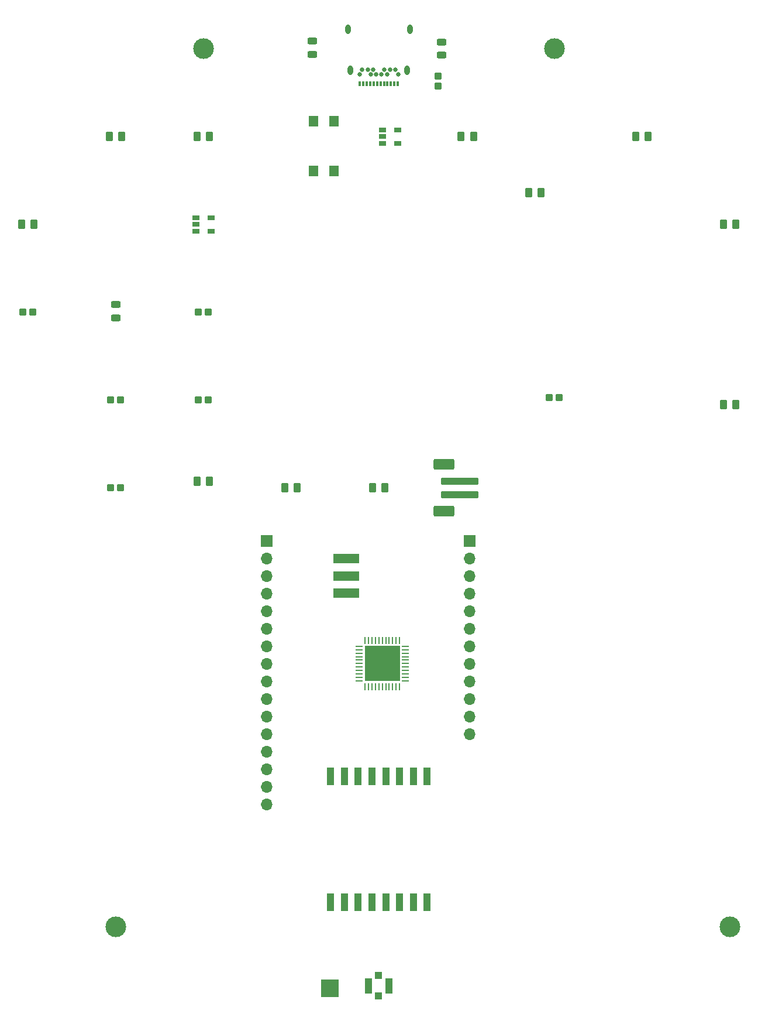
<source format=gbr>
%TF.GenerationSoftware,KiCad,Pcbnew,6.0.11-2627ca5db0~126~ubuntu20.04.1*%
%TF.CreationDate,2023-02-12T02:05:53+01:00*%
%TF.ProjectId,HeadTracker_LoRa,48656164-5472-4616-936b-65725f4c6f52,rev?*%
%TF.SameCoordinates,Original*%
%TF.FileFunction,Copper,L1,Top*%
%TF.FilePolarity,Positive*%
%FSLAX46Y46*%
G04 Gerber Fmt 4.6, Leading zero omitted, Abs format (unit mm)*
G04 Created by KiCad (PCBNEW 6.0.11-2627ca5db0~126~ubuntu20.04.1) date 2023-02-12 02:05:53*
%MOMM*%
%LPD*%
G01*
G04 APERTURE LIST*
G04 Aperture macros list*
%AMRoundRect*
0 Rectangle with rounded corners*
0 $1 Rounding radius*
0 $2 $3 $4 $5 $6 $7 $8 $9 X,Y pos of 4 corners*
0 Add a 4 corners polygon primitive as box body*
4,1,4,$2,$3,$4,$5,$6,$7,$8,$9,$2,$3,0*
0 Add four circle primitives for the rounded corners*
1,1,$1+$1,$2,$3*
1,1,$1+$1,$4,$5*
1,1,$1+$1,$6,$7*
1,1,$1+$1,$8,$9*
0 Add four rect primitives between the rounded corners*
20,1,$1+$1,$2,$3,$4,$5,0*
20,1,$1+$1,$4,$5,$6,$7,0*
20,1,$1+$1,$6,$7,$8,$9,0*
20,1,$1+$1,$8,$9,$2,$3,0*%
G04 Aperture macros list end*
%TA.AperFunction,SMDPad,CuDef*%
%ADD10R,3.800000X1.400000*%
%TD*%
%TA.AperFunction,SMDPad,CuDef*%
%ADD11R,1.050000X2.200000*%
%TD*%
%TA.AperFunction,SMDPad,CuDef*%
%ADD12R,1.000000X1.000000*%
%TD*%
%TA.AperFunction,SMDPad,CuDef*%
%ADD13RoundRect,0.250000X2.500000X-0.250000X2.500000X0.250000X-2.500000X0.250000X-2.500000X-0.250000X0*%
%TD*%
%TA.AperFunction,SMDPad,CuDef*%
%ADD14RoundRect,0.250000X1.250000X-0.550000X1.250000X0.550000X-1.250000X0.550000X-1.250000X-0.550000X0*%
%TD*%
%TA.AperFunction,SMDPad,CuDef*%
%ADD15R,1.000000X2.500000*%
%TD*%
%TA.AperFunction,SMDPad,CuDef*%
%ADD16R,1.060000X0.650000*%
%TD*%
%TA.AperFunction,SMDPad,CuDef*%
%ADD17RoundRect,0.062500X0.475000X0.062500X-0.475000X0.062500X-0.475000X-0.062500X0.475000X-0.062500X0*%
%TD*%
%TA.AperFunction,SMDPad,CuDef*%
%ADD18RoundRect,0.062500X0.062500X0.475000X-0.062500X0.475000X-0.062500X-0.475000X0.062500X-0.475000X0*%
%TD*%
%TA.AperFunction,SMDPad,CuDef*%
%ADD19R,5.200000X5.200000*%
%TD*%
%TA.AperFunction,ComponentPad*%
%ADD20C,3.000000*%
%TD*%
%TA.AperFunction,SMDPad,CuDef*%
%ADD21R,2.500000X2.500000*%
%TD*%
%TA.AperFunction,SMDPad,CuDef*%
%ADD22R,1.400000X1.600000*%
%TD*%
%TA.AperFunction,SMDPad,CuDef*%
%ADD23RoundRect,0.250000X-0.262500X-0.450000X0.262500X-0.450000X0.262500X0.450000X-0.262500X0.450000X0*%
%TD*%
%TA.AperFunction,SMDPad,CuDef*%
%ADD24RoundRect,0.243750X0.456250X-0.243750X0.456250X0.243750X-0.456250X0.243750X-0.456250X-0.243750X0*%
%TD*%
%TA.AperFunction,ComponentPad*%
%ADD25R,1.700000X1.700000*%
%TD*%
%TA.AperFunction,ComponentPad*%
%ADD26O,1.700000X1.700000*%
%TD*%
%TA.AperFunction,ComponentPad*%
%ADD27O,0.800000X1.400000*%
%TD*%
%TA.AperFunction,SMDPad,CuDef*%
%ADD28R,0.300000X0.700000*%
%TD*%
%TA.AperFunction,ComponentPad*%
%ADD29C,0.650000*%
%TD*%
%TA.AperFunction,SMDPad,CuDef*%
%ADD30RoundRect,0.250000X-0.287500X-0.275000X0.287500X-0.275000X0.287500X0.275000X-0.287500X0.275000X0*%
%TD*%
%TA.AperFunction,SMDPad,CuDef*%
%ADD31RoundRect,0.250000X0.275000X-0.287500X0.275000X0.287500X-0.275000X0.287500X-0.275000X-0.287500X0*%
%TD*%
G04 APERTURE END LIST*
D10*
%TO.P,Y1,1,1*%
%TO.N,Net-(Y1-Pad1)*%
X147722781Y-116847864D03*
%TO.P,Y1,2,2*%
%TO.N,GND*%
X147722781Y-114347864D03*
%TO.P,Y1,3,3*%
%TO.N,Net-(Y1-Pad3)*%
X147722781Y-111847864D03*
%TD*%
D11*
%TO.P,X2,2,GND@1*%
%TO.N,GND*%
X150875000Y-173600000D03*
X153825000Y-173600000D03*
D12*
X152350000Y-172100000D03*
%TO.P,X2,1,GND@0*%
X152350000Y-175100000D03*
%TD*%
D13*
%TO.P,X1,1,1*%
%TO.N,GND*%
X164100000Y-102600000D03*
%TO.P,X1,2,2*%
%TO.N,VBAT*%
X164100000Y-100600000D03*
D14*
%TO.P,X1,MP*%
%TO.N,N/C*%
X161850000Y-105000000D03*
X161850000Y-98200000D03*
%TD*%
D15*
%TO.P,U4,16,DIO2*%
%TO.N,unconnected-(U4-Pad16)*%
X159400000Y-161500000D03*
%TO.P,U4,15,DIO1*%
%TO.N,/DIO1*%
X157400000Y-161500000D03*
%TO.P,U4,14,DIO0*%
%TO.N,/DZ_IRQ*%
X155400000Y-161500000D03*
%TO.P,U4,13,3.3V*%
%TO.N,+3V3*%
X153400000Y-161500000D03*
%TO.P,U4,12,DIO4*%
%TO.N,unconnected-(U4-Pad12)*%
X151400000Y-161500000D03*
%TO.P,U4,11,DIO3*%
%TO.N,unconnected-(U4-Pad11)*%
X149400000Y-161500000D03*
%TO.P,U4,10,GND*%
%TO.N,GND*%
X147400000Y-161500000D03*
%TO.P,U4,9,ANT*%
%TO.N,Net-(U4-Pad9)*%
X145400000Y-161500000D03*
%TO.P,U4,8,GND*%
%TO.N,GND*%
X145400000Y-143300000D03*
%TO.P,U4,7,DIO5*%
%TO.N,unconnected-(U4-Pad7)*%
X147400000Y-143300000D03*
%TO.P,U4,6,RESET*%
%TO.N,/D4_RST*%
X149400000Y-143300000D03*
%TO.P,U4,5,NSS*%
%TO.N,/D8_CS*%
X151400000Y-143300000D03*
%TO.P,U4,4,SCK*%
%TO.N,/SCK*%
X153400000Y-143300000D03*
%TO.P,U4,3,MOSI*%
%TO.N,/MOSI*%
X155400000Y-143300000D03*
%TO.P,U4,2,MISO*%
%TO.N,/MISO*%
X157400000Y-143300000D03*
%TO.P,U4,1,GND*%
%TO.N,GND*%
X159400000Y-143300000D03*
%TD*%
D16*
%TO.P,U3,1,STAT*%
%TO.N,Net-(R2-Pad2)*%
X125900000Y-62550000D03*
%TO.P,U3,2,VSS*%
%TO.N,GND*%
X125900000Y-63500000D03*
%TO.P,U3,3,VBAT*%
%TO.N,VBAT*%
X125900000Y-64450000D03*
%TO.P,U3,4,VDD*%
%TO.N,VBUS*%
X128100000Y-64450000D03*
%TO.P,U3,5,PROG*%
%TO.N,Net-(U3-Pad5)*%
X128100000Y-62550000D03*
%TD*%
%TO.P,U2,1,VIN*%
%TO.N,VBUS*%
X152965000Y-49850000D03*
%TO.P,U2,2,GND*%
%TO.N,GND*%
X152965000Y-50800000D03*
%TO.P,U2,3,EN*%
%TO.N,/EN*%
X152965000Y-51750000D03*
%TO.P,U2,4,NC*%
%TO.N,unconnected-(U2-Pad4)*%
X155165000Y-51750000D03*
%TO.P,U2,5,VOUT*%
%TO.N,+3V3*%
X155165000Y-49850000D03*
%TD*%
D17*
%TO.P,U1,1,PE6*%
%TO.N,/DZ_IRQ*%
X156237500Y-129500000D03*
%TO.P,U1,2,UVCC*%
%TO.N,unconnected-(U1-Pad2)*%
X156237500Y-129000000D03*
%TO.P,U1,3,D-*%
%TO.N,/D-*%
X156237500Y-128500000D03*
%TO.P,U1,4,D+*%
%TO.N,/D+*%
X156237500Y-128000000D03*
%TO.P,U1,5,UGND*%
%TO.N,GND*%
X156237500Y-127500000D03*
%TO.P,U1,6,UCAP*%
%TO.N,+3V3*%
X156237500Y-127000000D03*
%TO.P,U1,7,VBUS*%
%TO.N,VBUS*%
X156237500Y-126500000D03*
%TO.P,U1,8,PB0*%
%TO.N,unconnected-(U1-Pad8)*%
X156237500Y-126000000D03*
%TO.P,U1,9,PB1*%
%TO.N,/SCK*%
X156237500Y-125500000D03*
%TO.P,U1,10,PB2*%
%TO.N,/MOSI*%
X156237500Y-125000000D03*
%TO.P,U1,11,PB3*%
%TO.N,/MISO*%
X156237500Y-124500000D03*
D18*
%TO.P,U1,12,PB7*%
%TO.N,/11*%
X155400000Y-123662500D03*
%TO.P,U1,13,~{RESET}*%
%TO.N,/RST*%
X154900000Y-123662500D03*
%TO.P,U1,14,VCC*%
%TO.N,+3V3*%
X154400000Y-123662500D03*
%TO.P,U1,15,GND*%
%TO.N,GND*%
X153900000Y-123662500D03*
%TO.P,U1,16,XTAL2*%
%TO.N,Net-(Y1-Pad3)*%
X153400000Y-123662500D03*
%TO.P,U1,17,XTAL1*%
%TO.N,Net-(Y1-Pad1)*%
X152900000Y-123662500D03*
%TO.P,U1,18,PD0*%
%TO.N,/3*%
X152400000Y-123662500D03*
%TO.P,U1,19,PD1*%
%TO.N,/2*%
X151900000Y-123662500D03*
%TO.P,U1,20,PD2*%
%TO.N,/0*%
X151400000Y-123662500D03*
%TO.P,U1,21,PD3*%
%TO.N,/1*%
X150900000Y-123662500D03*
%TO.P,U1,22,PD5*%
%TO.N,unconnected-(U1-Pad22)*%
X150400000Y-123662500D03*
D17*
%TO.P,U1,23,GND*%
%TO.N,GND*%
X149562500Y-124500000D03*
%TO.P,U1,24,AVCC*%
%TO.N,+3V3*%
X149562500Y-125000000D03*
%TO.P,U1,25,PD4*%
%TO.N,/D4_RST*%
X149562500Y-125500000D03*
%TO.P,U1,26,PD6*%
%TO.N,/12*%
X149562500Y-126000000D03*
%TO.P,U1,27,PD7*%
%TO.N,/6*%
X149562500Y-126500000D03*
%TO.P,U1,28,PB4*%
%TO.N,/8*%
X149562500Y-127000000D03*
%TO.P,U1,29,PB5*%
%TO.N,/9*%
X149562500Y-127500000D03*
%TO.P,U1,30,PB6*%
%TO.N,/10*%
X149562500Y-128000000D03*
%TO.P,U1,31,PC6*%
%TO.N,/5*%
X149562500Y-128500000D03*
%TO.P,U1,32,PC7*%
%TO.N,/13*%
X149562500Y-129000000D03*
%TO.P,U1,33,~{HWB}/PE2*%
%TO.N,+3V3*%
X149562500Y-129500000D03*
D18*
%TO.P,U1,34,VCC*%
X150400000Y-130337500D03*
%TO.P,U1,35,GND*%
%TO.N,GND*%
X150900000Y-130337500D03*
%TO.P,U1,36,PF7*%
%TO.N,/A0*%
X151400000Y-130337500D03*
%TO.P,U1,37,PF6*%
%TO.N,/A1*%
X151900000Y-130337500D03*
%TO.P,U1,38,PF5*%
%TO.N,/A2*%
X152400000Y-130337500D03*
%TO.P,U1,39,PF4*%
%TO.N,/A3*%
X152900000Y-130337500D03*
%TO.P,U1,40,PF1*%
%TO.N,/A4*%
X153400000Y-130337500D03*
%TO.P,U1,41,PF0*%
%TO.N,/A5*%
X153900000Y-130337500D03*
%TO.P,U1,42,AREF*%
%TO.N,/AREF*%
X154400000Y-130337500D03*
%TO.P,U1,43,GND*%
%TO.N,GND*%
X154900000Y-130337500D03*
%TO.P,U1,44,AVCC*%
%TO.N,+3V3*%
X155400000Y-130337500D03*
D19*
%TO.P,U1,45,GND*%
%TO.N,GND*%
X152900000Y-127000000D03*
%TD*%
D20*
%TO.P,U$31,1*%
%TO.N,N/C*%
X177800000Y-38100000D03*
%TD*%
%TO.P,U$3,1*%
%TO.N,N/C*%
X203225000Y-165100000D03*
%TD*%
%TO.P,U$2,1*%
%TO.N,N/C*%
X127000000Y-38100000D03*
%TD*%
%TO.P,U$1,1*%
%TO.N,N/C*%
X114300000Y-165100000D03*
%TD*%
D21*
%TO.P,TP1,1,1*%
%TO.N,Net-(U4-Pad9)*%
X145273360Y-173940443D03*
%TD*%
D22*
%TO.P,SW1,1,P*%
%TO.N,/RST*%
X142920000Y-48570000D03*
X142920000Y-55770000D03*
%TO.P,SW1,2,S*%
%TO.N,GND*%
X145920000Y-48570000D03*
X145920000Y-55770000D03*
%TD*%
D23*
%TO.P,R10,1*%
%TO.N,GND*%
X202287500Y-89525000D03*
%TO.P,R10,2*%
%TO.N,/CC2*%
X204112500Y-89525000D03*
%TD*%
%TO.P,R9,1*%
%TO.N,/EN*%
X189587500Y-50800000D03*
%TO.P,R9,2*%
%TO.N,VBUS*%
X191412500Y-50800000D03*
%TD*%
%TO.P,R8,1*%
%TO.N,Net-(J1-PadA6)*%
X164308372Y-50800000D03*
%TO.P,R8,2*%
%TO.N,/D+*%
X166133372Y-50800000D03*
%TD*%
%TO.P,R7,1*%
%TO.N,/13*%
X151487500Y-101600000D03*
%TO.P,R7,2*%
%TO.N,Net-(L1-Pad2)*%
X153312500Y-101600000D03*
%TD*%
%TO.P,R6,1*%
%TO.N,/9*%
X100687500Y-63500000D03*
%TO.P,R6,2*%
%TO.N,GND*%
X102512500Y-63500000D03*
%TD*%
%TO.P,R5,1*%
%TO.N,Net-(J1-PadA7)*%
X126087500Y-100650000D03*
%TO.P,R5,2*%
%TO.N,/D-*%
X127912500Y-100650000D03*
%TD*%
%TO.P,R4,1*%
%TO.N,GND*%
X138787500Y-101600000D03*
%TO.P,R4,2*%
%TO.N,/CC1*%
X140612500Y-101600000D03*
%TD*%
%TO.P,R3,1*%
%TO.N,VBAT*%
X113387500Y-50800000D03*
%TO.P,R3,2*%
%TO.N,/9*%
X115212500Y-50800000D03*
%TD*%
%TO.P,R2,1*%
%TO.N,Net-(CHG1-Pad1)*%
X126087500Y-50800000D03*
%TO.P,R2,2*%
%TO.N,Net-(R2-Pad2)*%
X127912500Y-50800000D03*
%TD*%
%TO.P,R1,1*%
%TO.N,+3V3*%
X174062500Y-58900000D03*
%TO.P,R1,2*%
%TO.N,/D8_CS*%
X175887500Y-58900000D03*
%TD*%
%TO.P,R0,1*%
%TO.N,GND*%
X202287500Y-63500000D03*
%TO.P,R0,2*%
%TO.N,Net-(U3-Pad5)*%
X204112500Y-63500000D03*
%TD*%
D24*
%TO.P,L1,1,K*%
%TO.N,GND*%
X161470000Y-38990000D03*
%TO.P,L1,2,A*%
%TO.N,Net-(L1-Pad2)*%
X161470000Y-37115000D03*
%TD*%
D25*
%TO.P,JP3,1,Pin_1*%
%TO.N,VBAT*%
X165528684Y-109299404D03*
D26*
%TO.P,JP3,2,Pin_2*%
%TO.N,/EN*%
X165528684Y-111839404D03*
%TO.P,JP3,3,Pin_3*%
%TO.N,VBUS*%
X165528684Y-114379404D03*
%TO.P,JP3,4,Pin_4*%
%TO.N,/13*%
X165528684Y-116919404D03*
%TO.P,JP3,5,Pin_5*%
%TO.N,/12*%
X165528684Y-119459404D03*
%TO.P,JP3,6,Pin_6*%
%TO.N,/11*%
X165528684Y-121999404D03*
%TO.P,JP3,7,Pin_7*%
%TO.N,/10*%
X165528684Y-124539404D03*
%TO.P,JP3,8,Pin_8*%
%TO.N,/9*%
X165528684Y-127079404D03*
%TO.P,JP3,9,Pin_9*%
%TO.N,/6*%
X165528684Y-129619404D03*
%TO.P,JP3,10,Pin_10*%
%TO.N,/5*%
X165528684Y-132159404D03*
%TO.P,JP3,11,Pin_11*%
%TO.N,/3*%
X165528684Y-134699404D03*
%TO.P,JP3,12,Pin_12*%
%TO.N,/2*%
X165528684Y-137239404D03*
%TD*%
D25*
%TO.P,JP2,1,Pin_1*%
%TO.N,/DIO1*%
X136200497Y-109250000D03*
D26*
%TO.P,JP2,2,Pin_2*%
%TO.N,/1*%
X136200497Y-111790000D03*
%TO.P,JP2,3,Pin_3*%
%TO.N,/0*%
X136200497Y-114330000D03*
%TO.P,JP2,4,Pin_4*%
%TO.N,/MISO*%
X136200497Y-116870000D03*
%TO.P,JP2,5,Pin_5*%
%TO.N,/MOSI*%
X136200497Y-119410000D03*
%TO.P,JP2,6,Pin_6*%
%TO.N,/SCK*%
X136200497Y-121950000D03*
%TO.P,JP2,7,Pin_7*%
%TO.N,/A5*%
X136200497Y-124490000D03*
%TO.P,JP2,8,Pin_8*%
%TO.N,/A4*%
X136200497Y-127030000D03*
%TO.P,JP2,9,Pin_9*%
%TO.N,/A3*%
X136200497Y-129570000D03*
%TO.P,JP2,10,Pin_10*%
%TO.N,/A2*%
X136200497Y-132110000D03*
%TO.P,JP2,11,Pin_11*%
%TO.N,/A1*%
X136200497Y-134650000D03*
%TO.P,JP2,12,Pin_12*%
%TO.N,/A0*%
X136200497Y-137190000D03*
%TO.P,JP2,13,Pin_13*%
%TO.N,GND*%
X136200497Y-139730000D03*
%TO.P,JP2,14,Pin_14*%
%TO.N,/AREF*%
X136200497Y-142270000D03*
%TO.P,JP2,15,Pin_15*%
%TO.N,+3V3*%
X136200497Y-144810000D03*
%TO.P,JP2,16,Pin_16*%
%TO.N,/RST*%
X136200497Y-147350000D03*
%TD*%
D27*
%TO.P,J1,S1,SHIELD*%
%TO.N,unconnected-(J1-PadS1)*%
X156530000Y-41210000D03*
D28*
%TO.P,J1,A1,GND*%
%TO.N,GND*%
X155150000Y-43120000D03*
%TO.P,J1,A2*%
%TO.N,N/C*%
X154650000Y-43120000D03*
%TO.P,J1,A3*%
X154150000Y-43120000D03*
%TO.P,J1,A4,VBUS*%
%TO.N,VBUS*%
X153650000Y-43120000D03*
%TO.P,J1,A5,CC1*%
%TO.N,/CC1*%
X153150000Y-43120000D03*
%TO.P,J1,A6,D+*%
%TO.N,Net-(J1-PadA6)*%
X152650000Y-43120000D03*
%TO.P,J1,A7,D-*%
%TO.N,Net-(J1-PadA7)*%
X152150000Y-43120000D03*
%TO.P,J1,A12,GND*%
%TO.N,GND*%
X149650000Y-43120000D03*
%TO.P,J1,A10*%
%TO.N,N/C*%
X150650000Y-43120000D03*
%TO.P,J1,A9,VBUS*%
%TO.N,VBUS*%
X151150000Y-43120000D03*
%TO.P,J1,A8,SBU1*%
%TO.N,unconnected-(J1-PadA8)*%
X151650000Y-43120000D03*
%TO.P,J1,A11*%
%TO.N,N/C*%
X150150000Y-43120000D03*
D27*
%TO.P,J1,S1,SHIELD*%
%TO.N,unconnected-(J1-PadS1)*%
X148270000Y-41210000D03*
X147910000Y-35260000D03*
X156890000Y-35260000D03*
D29*
%TO.P,J1,B1,GND*%
%TO.N,GND*%
X149600000Y-41810000D03*
%TO.P,J1,B4,VBUS*%
%TO.N,VBUS*%
X151200000Y-41810000D03*
%TO.P,J1,B6,D+*%
%TO.N,Net-(J1-PadA6)*%
X152000000Y-41810000D03*
%TO.P,J1,B7,D-*%
%TO.N,Net-(J1-PadA7)*%
X152800000Y-41810000D03*
%TO.P,J1,B9,VBUS*%
%TO.N,VBUS*%
X153600000Y-41810000D03*
%TO.P,J1,B12,GND*%
%TO.N,GND*%
X155200000Y-41810000D03*
%TO.P,J1,B2*%
%TO.N,N/C*%
X150000000Y-41110000D03*
%TO.P,J1,B3*%
X150800000Y-41110000D03*
%TO.P,J1,B5,CC2*%
%TO.N,/CC2*%
X151600000Y-41110000D03*
%TO.P,J1,B8,SBU2*%
%TO.N,unconnected-(J1-PadB8)*%
X153200000Y-41110000D03*
%TO.P,J1,B10*%
%TO.N,N/C*%
X154000000Y-41110000D03*
%TO.P,J1,B11*%
X154800000Y-41110000D03*
%TD*%
D24*
%TO.P,D4,1,K*%
%TO.N,VBUS*%
X114300000Y-76987500D03*
%TO.P,D4,2,A*%
%TO.N,VBAT*%
X114300000Y-75112500D03*
%TD*%
%TO.P,CHG1,1,K*%
%TO.N,Net-(CHG1-Pad1)*%
X142810000Y-38887500D03*
%TO.P,CHG1,2,A*%
%TO.N,VBUS*%
X142810000Y-37012500D03*
%TD*%
D30*
%TO.P,C14,1*%
%TO.N,/AREF*%
X100887500Y-76200000D03*
%TO.P,C14,2*%
%TO.N,GND*%
X102312500Y-76200000D03*
%TD*%
%TO.P,C9,1*%
%TO.N,+3V3*%
X126287500Y-76200000D03*
%TO.P,C9,2*%
%TO.N,GND*%
X127712500Y-76200000D03*
%TD*%
%TO.P,C8,1*%
%TO.N,+3V3*%
X113587500Y-88900000D03*
%TO.P,C8,2*%
%TO.N,GND*%
X115012500Y-88900000D03*
%TD*%
D31*
%TO.P,C7,1*%
%TO.N,+3V3*%
X161002303Y-43475528D03*
%TO.P,C7,2*%
%TO.N,GND*%
X161002303Y-42050528D03*
%TD*%
D30*
%TO.P,C6,1*%
%TO.N,VBUS*%
X126287500Y-88900000D03*
%TO.P,C6,2*%
%TO.N,GND*%
X127712500Y-88900000D03*
%TD*%
%TO.P,C3,1*%
%TO.N,VBAT*%
X177087500Y-88560000D03*
%TO.P,C3,2*%
%TO.N,GND*%
X178512500Y-88560000D03*
%TD*%
%TO.P,C1,1*%
%TO.N,+3V3*%
X113587500Y-101600000D03*
%TO.P,C1,2*%
%TO.N,GND*%
X115012500Y-101600000D03*
%TD*%
M02*

</source>
